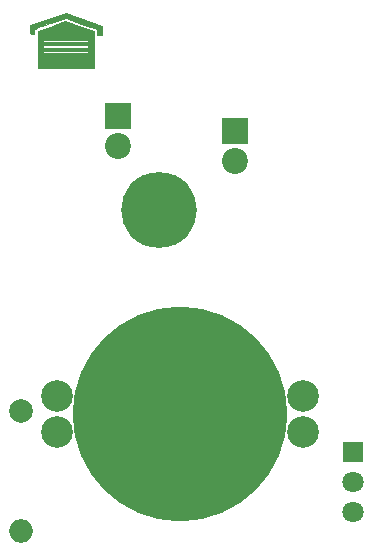
<source format=gbr>
G04 #@! TF.FileFunction,Soldermask,Bot*
%FSLAX46Y46*%
G04 Gerber Fmt 4.6, Leading zero omitted, Abs format (unit mm)*
G04 Created by KiCad (PCBNEW 4.0.7) date 09/19/18 15:31:54*
%MOMM*%
%LPD*%
G01*
G04 APERTURE LIST*
%ADD10C,0.100000*%
%ADD11C,0.010000*%
%ADD12C,2.686000*%
%ADD13C,18.180000*%
%ADD14R,2.200000X2.200000*%
%ADD15C,2.200000*%
%ADD16C,2.000000*%
%ADD17O,2.000000X2.000000*%
%ADD18R,1.797000X1.797000*%
%ADD19C,1.797000*%
%ADD20O,6.400000X6.400000*%
G04 APERTURE END LIST*
D10*
D11*
G36*
X79328152Y-88142863D02*
X78991313Y-88263870D01*
X78673844Y-88378339D01*
X78406235Y-88475248D01*
X78218974Y-88543576D01*
X78184375Y-88556350D01*
X77914501Y-88656503D01*
X77914500Y-90207001D01*
X77914500Y-91757500D01*
X82613500Y-91757500D01*
X82613500Y-88963500D01*
X82169000Y-88963500D01*
X82169000Y-91376500D01*
X78295500Y-91376500D01*
X78295500Y-88963500D01*
X82169000Y-88963500D01*
X82613500Y-88963500D01*
X82613500Y-88663805D01*
X81407777Y-88246667D01*
X80202053Y-87829529D01*
X79328152Y-88142863D01*
X79328152Y-88142863D01*
G37*
X79328152Y-88142863D02*
X78991313Y-88263870D01*
X78673844Y-88378339D01*
X78406235Y-88475248D01*
X78218974Y-88543576D01*
X78184375Y-88556350D01*
X77914501Y-88656503D01*
X77914500Y-90207001D01*
X77914500Y-91757500D01*
X82613500Y-91757500D01*
X82613500Y-88963500D01*
X82169000Y-88963500D01*
X82169000Y-91376500D01*
X78295500Y-91376500D01*
X78295500Y-88963500D01*
X82169000Y-88963500D01*
X82613500Y-88963500D01*
X82613500Y-88663805D01*
X81407777Y-88246667D01*
X80202053Y-87829529D01*
X79328152Y-88142863D01*
G36*
X77216000Y-88155129D02*
X77216000Y-88527564D01*
X77218665Y-88735474D01*
X77236982Y-88846659D01*
X77286439Y-88891397D01*
X77382521Y-88899963D01*
X77406500Y-88900000D01*
X77535872Y-88886994D01*
X77587873Y-88821998D01*
X77597000Y-88684543D01*
X77594682Y-88612166D01*
X77597084Y-88555360D01*
X77618246Y-88507112D01*
X77672206Y-88460407D01*
X77773002Y-88408230D01*
X77934673Y-88343568D01*
X78171257Y-88259405D01*
X78496793Y-88148728D01*
X78925319Y-88004522D01*
X79025750Y-87970658D01*
X80232250Y-87563510D01*
X81549875Y-88017367D01*
X82867500Y-88471223D01*
X82867500Y-88717361D01*
X82874803Y-88876663D01*
X82919396Y-88946189D01*
X83035310Y-88963118D01*
X83092781Y-88963500D01*
X83318060Y-88963500D01*
X83299156Y-88574769D01*
X83280250Y-88186039D01*
X80237658Y-87124337D01*
X77216000Y-88155129D01*
X77216000Y-88155129D01*
G37*
X77216000Y-88155129D02*
X77216000Y-88527564D01*
X77218665Y-88735474D01*
X77236982Y-88846659D01*
X77286439Y-88891397D01*
X77382521Y-88899963D01*
X77406500Y-88900000D01*
X77535872Y-88886994D01*
X77587873Y-88821998D01*
X77597000Y-88684543D01*
X77594682Y-88612166D01*
X77597084Y-88555360D01*
X77618246Y-88507112D01*
X77672206Y-88460407D01*
X77773002Y-88408230D01*
X77934673Y-88343568D01*
X78171257Y-88259405D01*
X78496793Y-88148728D01*
X78925319Y-88004522D01*
X79025750Y-87970658D01*
X80232250Y-87563510D01*
X81549875Y-88017367D01*
X82867500Y-88471223D01*
X82867500Y-88717361D01*
X82874803Y-88876663D01*
X82919396Y-88946189D01*
X83035310Y-88963118D01*
X83092781Y-88963500D01*
X83318060Y-88963500D01*
X83299156Y-88574769D01*
X83280250Y-88186039D01*
X80237658Y-87124337D01*
X77216000Y-88155129D01*
G36*
X78422500Y-91249500D02*
X82042000Y-91249500D01*
X82042000Y-90932000D01*
X78422500Y-90932000D01*
X78422500Y-91249500D01*
X78422500Y-91249500D01*
G37*
X78422500Y-91249500D02*
X82042000Y-91249500D01*
X82042000Y-90932000D01*
X78422500Y-90932000D01*
X78422500Y-91249500D01*
G36*
X78422500Y-90805000D02*
X82042000Y-90805000D01*
X82042000Y-90487500D01*
X78422500Y-90487500D01*
X78422500Y-90805000D01*
X78422500Y-90805000D01*
G37*
X78422500Y-90805000D02*
X82042000Y-90805000D01*
X82042000Y-90487500D01*
X78422500Y-90487500D01*
X78422500Y-90805000D01*
G36*
X78422500Y-90360500D02*
X82042000Y-90360500D01*
X82042000Y-90043000D01*
X78422500Y-90043000D01*
X78422500Y-90360500D01*
X78422500Y-90360500D01*
G37*
X78422500Y-90360500D02*
X82042000Y-90360500D01*
X82042000Y-90043000D01*
X78422500Y-90043000D01*
X78422500Y-90360500D01*
G36*
X78422500Y-89852500D02*
X82042000Y-89852500D01*
X82042000Y-89535000D01*
X78422500Y-89535000D01*
X78422500Y-89852500D01*
X78422500Y-89852500D01*
G37*
X78422500Y-89852500D02*
X82042000Y-89852500D01*
X82042000Y-89535000D01*
X78422500Y-89535000D01*
X78422500Y-89852500D01*
G36*
X78422500Y-89408000D02*
X82042000Y-89408000D01*
X82042000Y-89090500D01*
X78422500Y-89090500D01*
X78422500Y-89408000D01*
X78422500Y-89408000D01*
G37*
X78422500Y-89408000D02*
X82042000Y-89408000D01*
X82042000Y-89090500D01*
X78422500Y-89090500D01*
X78422500Y-89408000D01*
D12*
X100354000Y-122594000D03*
X79526000Y-122594000D03*
X100354000Y-119546000D03*
X79526000Y-119546000D03*
D13*
X89940000Y-121070000D03*
D14*
X84630000Y-95860000D03*
D15*
X84630000Y-98400000D03*
D14*
X94550000Y-97120000D03*
D15*
X94550000Y-99660000D03*
D16*
X76430000Y-120810000D03*
D17*
X76430000Y-130970000D03*
D18*
X104600000Y-124270000D03*
D19*
X104600000Y-126810000D03*
X104600000Y-129350000D03*
D20*
X88110000Y-103760000D03*
M02*

</source>
